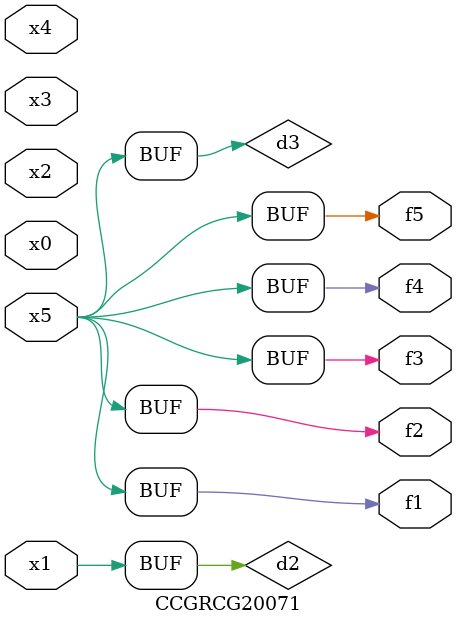
<source format=v>
module CCGRCG20071(
	input x0, x1, x2, x3, x4, x5,
	output f1, f2, f3, f4, f5
);

	wire d1, d2, d3;

	not (d1, x5);
	or (d2, x1);
	xnor (d3, d1);
	assign f1 = d3;
	assign f2 = d3;
	assign f3 = d3;
	assign f4 = d3;
	assign f5 = d3;
endmodule

</source>
